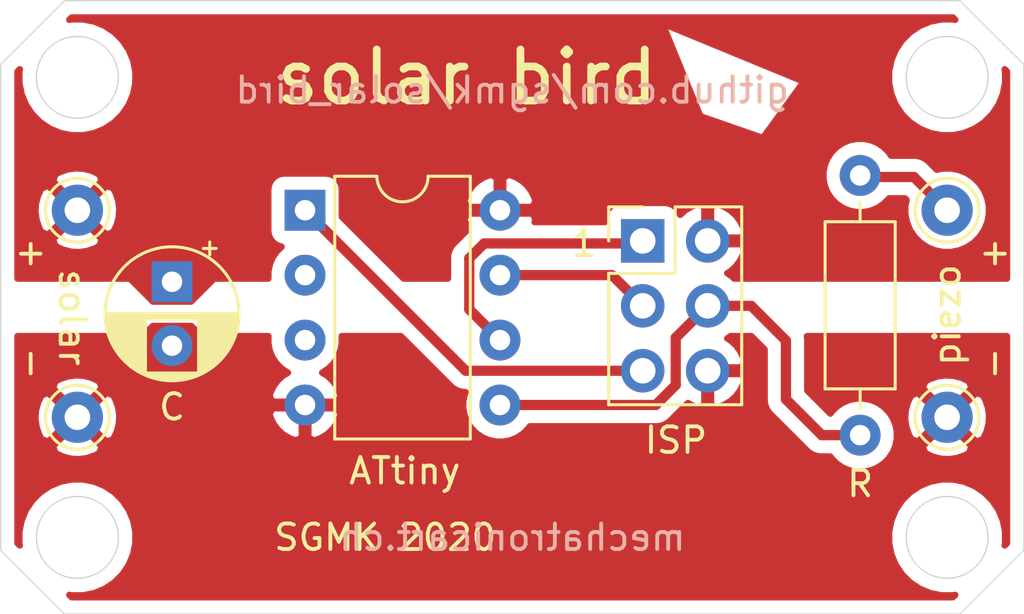
<source format=kicad_pcb>
(kicad_pcb (version 20171130) (host pcbnew 5.1.7-a382d34a8~87~ubuntu16.04.1)

  (general
    (thickness 1.6)
    (drawings 28)
    (tracks 21)
    (zones 0)
    (modules 8)
    (nets 8)
  )

  (page A4)
  (title_block
    (title "solar bird")
    (date 2020-10-19)
  )

  (layers
    (0 F.Cu signal)
    (31 B.Cu signal hide)
    (32 B.Adhes user hide)
    (33 F.Adhes user hide)
    (34 B.Paste user hide)
    (35 F.Paste user hide)
    (36 B.SilkS user hide)
    (37 F.SilkS user)
    (38 B.Mask user hide)
    (39 F.Mask user)
    (40 Dwgs.User user)
    (41 Cmts.User user)
    (42 Eco1.User user)
    (43 Eco2.User user)
    (44 Edge.Cuts user)
    (45 Margin user)
    (46 B.CrtYd user)
    (47 F.CrtYd user)
    (48 B.Fab user)
    (49 F.Fab user hide)
  )

  (setup
    (last_trace_width 0.4)
    (trace_clearance 0.2)
    (zone_clearance 0.508)
    (zone_45_only no)
    (trace_min 0.2)
    (via_size 0.8)
    (via_drill 0.4)
    (via_min_size 0.4)
    (via_min_drill 0.3)
    (uvia_size 0.3)
    (uvia_drill 0.1)
    (uvias_allowed no)
    (uvia_min_size 0.2)
    (uvia_min_drill 0.1)
    (edge_width 0.05)
    (segment_width 0.2)
    (pcb_text_width 0.3)
    (pcb_text_size 1.5 1.5)
    (mod_edge_width 0.12)
    (mod_text_size 1 1)
    (mod_text_width 0.15)
    (pad_size 1.524 1.524)
    (pad_drill 0.762)
    (pad_to_mask_clearance 0)
    (aux_axis_origin 0 0)
    (grid_origin 100.7 83.2)
    (visible_elements FFFFEF7F)
    (pcbplotparams
      (layerselection 0x010fc_ffffffff)
      (usegerberextensions false)
      (usegerberattributes true)
      (usegerberadvancedattributes true)
      (creategerberjobfile true)
      (excludeedgelayer true)
      (linewidth 0.100000)
      (plotframeref false)
      (viasonmask false)
      (mode 1)
      (useauxorigin false)
      (hpglpennumber 1)
      (hpglpenspeed 20)
      (hpglpendiameter 15.000000)
      (psnegative false)
      (psa4output false)
      (plotreference true)
      (plotvalue true)
      (plotinvisibletext false)
      (padsonsilk false)
      (subtractmaskfromsilk false)
      (outputformat 1)
      (mirror false)
      (drillshape 1)
      (scaleselection 1)
      (outputdirectory ""))
  )

  (net 0 "")
  (net 1 VCC)
  (net 2 GND)
  (net 3 "Net-(J3-Pad1)")
  (net 4 /MISO)
  (net 5 /SCK)
  (net 6 /MOSI)
  (net 7 /RESET)

  (net_class Default "This is the default net class."
    (clearance 0.2)
    (trace_width 0.4)
    (via_dia 0.8)
    (via_drill 0.4)
    (uvia_dia 0.3)
    (uvia_drill 0.1)
    (add_net /MISO)
    (add_net /MOSI)
    (add_net /RESET)
    (add_net /SCK)
    (add_net GND)
    (add_net "Net-(J3-Pad1)")
    (add_net VCC)
  )

  (module Connector_Pin:Pin_D1.0mm_L10.0mm (layer F.Cu) (tedit 5A1DC084) (tstamp 5F8DD62C)
    (at 103.7 91.4)
    (descr "solder Pin_ diameter 1.0mm, hole diameter 1.0mm (press fit), length 10.0mm")
    (tags "solder Pin_ press fit")
    (path /5F8EEEE8)
    (fp_text reference J1 (at 0 -2.1) (layer F.SilkS) hide
      (effects (font (size 0.8 0.8) (thickness 0.15)))
    )
    (fp_text value Conn_01x01 (at 0 -2.05) (layer F.Fab)
      (effects (font (size 1 1) (thickness 0.15)))
    )
    (fp_circle (center 0 0) (end 1.5 0) (layer F.CrtYd) (width 0.05))
    (fp_circle (center 0 0) (end 0.5 0) (layer F.Fab) (width 0.12))
    (fp_circle (center 0 0) (end 1 0) (layer F.Fab) (width 0.12))
    (fp_circle (center 0 0) (end 1.25 0.05) (layer F.SilkS) (width 0.12))
    (fp_text user %R (at 0 2.25) (layer F.Fab)
      (effects (font (size 1 1) (thickness 0.15)))
    )
    (pad 1 thru_hole circle (at 0 0) (size 2 2) (drill 1) (layers *.Cu *.Mask)
      (net 1 VCC))
  )

  (module Connector_Pin:Pin_D1.0mm_L10.0mm (layer F.Cu) (tedit 5A1DC084) (tstamp 5F8DD636)
    (at 103.7 99.5)
    (descr "solder Pin_ diameter 1.0mm, hole diameter 1.0mm (press fit), length 10.0mm")
    (tags "solder Pin_ press fit")
    (path /5F8F0CE1)
    (fp_text reference J2 (at 0 2.25) (layer F.SilkS) hide
      (effects (font (size 0.8 0.8) (thickness 0.15)))
    )
    (fp_text value Conn_01x01 (at 0 -2.05) (layer F.Fab)
      (effects (font (size 1 1) (thickness 0.15)))
    )
    (fp_circle (center 0 0) (end 1.25 0.05) (layer F.SilkS) (width 0.12))
    (fp_circle (center 0 0) (end 1 0) (layer F.Fab) (width 0.12))
    (fp_circle (center 0 0) (end 0.5 0) (layer F.Fab) (width 0.12))
    (fp_circle (center 0 0) (end 1.5 0) (layer F.CrtYd) (width 0.05))
    (fp_text user %R (at 0 2.25) (layer F.Fab)
      (effects (font (size 1 1) (thickness 0.15)))
    )
    (pad 1 thru_hole circle (at 0 0) (size 2 2) (drill 1) (layers *.Cu *.Mask)
      (net 2 GND))
  )

  (module Connector_Pin:Pin_D1.0mm_L10.0mm (layer F.Cu) (tedit 5A1DC084) (tstamp 5F8DD640)
    (at 137.7 91.4)
    (descr "solder Pin_ diameter 1.0mm, hole diameter 1.0mm (press fit), length 10.0mm")
    (tags "solder Pin_ press fit")
    (path /5F8DD0FA)
    (fp_text reference J3 (at 0 -2.1) (layer F.SilkS) hide
      (effects (font (size 0.8 0.8) (thickness 0.15)))
    )
    (fp_text value Conn_01x01 (at 0 -2.05) (layer F.Fab)
      (effects (font (size 1 1) (thickness 0.15)))
    )
    (fp_circle (center 0 0) (end 1.5 0) (layer F.CrtYd) (width 0.05))
    (fp_circle (center 0 0) (end 0.5 0) (layer F.Fab) (width 0.12))
    (fp_circle (center 0 0) (end 1 0) (layer F.Fab) (width 0.12))
    (fp_circle (center 0 0) (end 1.25 0.05) (layer F.SilkS) (width 0.12))
    (fp_text user %R (at 0 2.25) (layer F.Fab)
      (effects (font (size 1 1) (thickness 0.15)))
    )
    (pad 1 thru_hole circle (at 0 0) (size 2 2) (drill 1) (layers *.Cu *.Mask)
      (net 3 "Net-(J3-Pad1)"))
  )

  (module Connector_Pin:Pin_D1.0mm_L10.0mm (layer F.Cu) (tedit 5A1DC084) (tstamp 5F8DD64A)
    (at 137.7 99.5)
    (descr "solder Pin_ diameter 1.0mm, hole diameter 1.0mm (press fit), length 10.0mm")
    (tags "solder Pin_ press fit")
    (path /5F8DDD65)
    (fp_text reference J4 (at 0 2.2) (layer F.SilkS) hide
      (effects (font (size 0.8 0.8) (thickness 0.15)))
    )
    (fp_text value Conn_01x01 (at 0 -2.05) (layer F.Fab)
      (effects (font (size 1 1) (thickness 0.15)))
    )
    (fp_circle (center 0 0) (end 1.25 0.05) (layer F.SilkS) (width 0.12))
    (fp_circle (center 0 0) (end 1 0) (layer F.Fab) (width 0.12))
    (fp_circle (center 0 0) (end 0.5 0) (layer F.Fab) (width 0.12))
    (fp_circle (center 0 0) (end 1.5 0) (layer F.CrtYd) (width 0.05))
    (fp_text user %R (at 0 2.25) (layer F.Fab)
      (effects (font (size 1 1) (thickness 0.15)))
    )
    (pad 1 thru_hole circle (at 0 0) (size 2 2) (drill 1) (layers *.Cu *.Mask)
      (net 2 GND))
  )

  (module Connector_PinHeader_2.54mm:PinHeader_2x03_P2.54mm_Vertical (layer F.Cu) (tedit 59FED5CC) (tstamp 5F8DE145)
    (at 125.8 92.6)
    (descr "Through hole straight pin header, 2x03, 2.54mm pitch, double rows")
    (tags "Through hole pin header THT 2x03 2.54mm double row")
    (path /5F8D8E9C)
    (fp_text reference J5 (at 1.27 -2.33) (layer F.SilkS) hide
      (effects (font (size 0.8 0.8) (thickness 0.15)))
    )
    (fp_text value Conn_02x03_Odd_Even (at 1.27 7.41) (layer F.Fab)
      (effects (font (size 1 1) (thickness 0.15)))
    )
    (fp_line (start 4.35 -1.8) (end -1.8 -1.8) (layer F.CrtYd) (width 0.05))
    (fp_line (start 4.35 6.85) (end 4.35 -1.8) (layer F.CrtYd) (width 0.05))
    (fp_line (start -1.8 6.85) (end 4.35 6.85) (layer F.CrtYd) (width 0.05))
    (fp_line (start -1.8 -1.8) (end -1.8 6.85) (layer F.CrtYd) (width 0.05))
    (fp_line (start -1.33 -1.33) (end 0 -1.33) (layer F.SilkS) (width 0.12))
    (fp_line (start -1.33 0) (end -1.33 -1.33) (layer F.SilkS) (width 0.12))
    (fp_line (start 1.27 -1.33) (end 3.87 -1.33) (layer F.SilkS) (width 0.12))
    (fp_line (start 1.27 1.27) (end 1.27 -1.33) (layer F.SilkS) (width 0.12))
    (fp_line (start -1.33 1.27) (end 1.27 1.27) (layer F.SilkS) (width 0.12))
    (fp_line (start 3.87 -1.33) (end 3.87 6.41) (layer F.SilkS) (width 0.12))
    (fp_line (start -1.33 1.27) (end -1.33 6.41) (layer F.SilkS) (width 0.12))
    (fp_line (start -1.33 6.41) (end 3.87 6.41) (layer F.SilkS) (width 0.12))
    (fp_line (start -1.27 0) (end 0 -1.27) (layer F.Fab) (width 0.1))
    (fp_line (start -1.27 6.35) (end -1.27 0) (layer F.Fab) (width 0.1))
    (fp_line (start 3.81 6.35) (end -1.27 6.35) (layer F.Fab) (width 0.1))
    (fp_line (start 3.81 -1.27) (end 3.81 6.35) (layer F.Fab) (width 0.1))
    (fp_line (start 0 -1.27) (end 3.81 -1.27) (layer F.Fab) (width 0.1))
    (fp_text user %R (at 1.27 2.54 90) (layer F.Fab)
      (effects (font (size 1 1) (thickness 0.15)))
    )
    (pad 1 thru_hole rect (at 0 0) (size 1.7 1.7) (drill 1) (layers *.Cu *.Mask)
      (net 4 /MISO))
    (pad 2 thru_hole oval (at 2.54 0) (size 1.7 1.7) (drill 1) (layers *.Cu *.Mask)
      (net 1 VCC))
    (pad 3 thru_hole oval (at 0 2.54) (size 1.7 1.7) (drill 1) (layers *.Cu *.Mask)
      (net 5 /SCK))
    (pad 4 thru_hole oval (at 2.54 2.54) (size 1.7 1.7) (drill 1) (layers *.Cu *.Mask)
      (net 6 /MOSI))
    (pad 5 thru_hole oval (at 0 5.08) (size 1.7 1.7) (drill 1) (layers *.Cu *.Mask)
      (net 7 /RESET))
    (pad 6 thru_hole oval (at 2.54 5.08) (size 1.7 1.7) (drill 1) (layers *.Cu *.Mask)
      (net 2 GND))
    (model ${KISYS3DMOD}/Connector_PinHeader_2.54mm.3dshapes/PinHeader_2x03_P2.54mm_Vertical.wrl
      (at (xyz 0 0 0))
      (scale (xyz 1 1 1))
      (rotate (xyz 0 0 0))
    )
  )

  (module Resistor_THT:R_Axial_DIN0207_L6.3mm_D2.5mm_P10.16mm_Horizontal (layer F.Cu) (tedit 5AE5139B) (tstamp 5F8DDA9E)
    (at 134.3 100.2 90)
    (descr "Resistor, Axial_DIN0207 series, Axial, Horizontal, pin pitch=10.16mm, 0.25W = 1/4W, length*diameter=6.3*2.5mm^2, http://cdn-reichelt.de/documents/datenblatt/B400/1_4W%23YAG.pdf")
    (tags "Resistor Axial_DIN0207 series Axial Horizontal pin pitch 10.16mm 0.25W = 1/4W length 6.3mm diameter 2.5mm")
    (path /5F8D992D)
    (fp_text reference R1 (at 5.08 -2.37 90) (layer F.SilkS) hide
      (effects (font (size 0.8 0.8) (thickness 0.15)))
    )
    (fp_text value 1k (at 5.08 2.37 90) (layer F.Fab)
      (effects (font (size 1 1) (thickness 0.15)))
    )
    (fp_line (start 11.21 -1.5) (end -1.05 -1.5) (layer F.CrtYd) (width 0.05))
    (fp_line (start 11.21 1.5) (end 11.21 -1.5) (layer F.CrtYd) (width 0.05))
    (fp_line (start -1.05 1.5) (end 11.21 1.5) (layer F.CrtYd) (width 0.05))
    (fp_line (start -1.05 -1.5) (end -1.05 1.5) (layer F.CrtYd) (width 0.05))
    (fp_line (start 9.12 0) (end 8.35 0) (layer F.SilkS) (width 0.12))
    (fp_line (start 1.04 0) (end 1.81 0) (layer F.SilkS) (width 0.12))
    (fp_line (start 8.35 -1.37) (end 1.81 -1.37) (layer F.SilkS) (width 0.12))
    (fp_line (start 8.35 1.37) (end 8.35 -1.37) (layer F.SilkS) (width 0.12))
    (fp_line (start 1.81 1.37) (end 8.35 1.37) (layer F.SilkS) (width 0.12))
    (fp_line (start 1.81 -1.37) (end 1.81 1.37) (layer F.SilkS) (width 0.12))
    (fp_line (start 10.16 0) (end 8.23 0) (layer F.Fab) (width 0.1))
    (fp_line (start 0 0) (end 1.93 0) (layer F.Fab) (width 0.1))
    (fp_line (start 8.23 -1.25) (end 1.93 -1.25) (layer F.Fab) (width 0.1))
    (fp_line (start 8.23 1.25) (end 8.23 -1.25) (layer F.Fab) (width 0.1))
    (fp_line (start 1.93 1.25) (end 8.23 1.25) (layer F.Fab) (width 0.1))
    (fp_line (start 1.93 -1.25) (end 1.93 1.25) (layer F.Fab) (width 0.1))
    (fp_text user %R (at 5.08 0 90) (layer F.Fab)
      (effects (font (size 1 1) (thickness 0.15)))
    )
    (pad 1 thru_hole circle (at 0 0 90) (size 1.6 1.6) (drill 0.8) (layers *.Cu *.Mask)
      (net 6 /MOSI))
    (pad 2 thru_hole oval (at 10.16 0 90) (size 1.6 1.6) (drill 0.8) (layers *.Cu *.Mask)
      (net 3 "Net-(J3-Pad1)"))
    (model ${KISYS3DMOD}/Resistor_THT.3dshapes/R_Axial_DIN0207_L6.3mm_D2.5mm_P10.16mm_Horizontal.wrl
      (at (xyz 0 0 0))
      (scale (xyz 1 1 1))
      (rotate (xyz 0 0 0))
    )
  )

  (module Package_DIP:DIP-8_W7.62mm (layer F.Cu) (tedit 5A02E8C5) (tstamp 5F8DD699)
    (at 112.6 91.4)
    (descr "8-lead though-hole mounted DIP package, row spacing 7.62 mm (300 mils)")
    (tags "THT DIP DIL PDIP 2.54mm 7.62mm 300mil")
    (path /5F8D6795)
    (fp_text reference U1 (at 3.7 9.9) (layer F.SilkS) hide
      (effects (font (size 0.8 0.8) (thickness 0.15)))
    )
    (fp_text value ATtiny13V-10PU (at 3.81 9.95) (layer F.Fab)
      (effects (font (size 1 1) (thickness 0.15)))
    )
    (fp_line (start 8.7 -1.55) (end -1.1 -1.55) (layer F.CrtYd) (width 0.05))
    (fp_line (start 8.7 9.15) (end 8.7 -1.55) (layer F.CrtYd) (width 0.05))
    (fp_line (start -1.1 9.15) (end 8.7 9.15) (layer F.CrtYd) (width 0.05))
    (fp_line (start -1.1 -1.55) (end -1.1 9.15) (layer F.CrtYd) (width 0.05))
    (fp_line (start 6.46 -1.33) (end 4.81 -1.33) (layer F.SilkS) (width 0.12))
    (fp_line (start 6.46 8.95) (end 6.46 -1.33) (layer F.SilkS) (width 0.12))
    (fp_line (start 1.16 8.95) (end 6.46 8.95) (layer F.SilkS) (width 0.12))
    (fp_line (start 1.16 -1.33) (end 1.16 8.95) (layer F.SilkS) (width 0.12))
    (fp_line (start 2.81 -1.33) (end 1.16 -1.33) (layer F.SilkS) (width 0.12))
    (fp_line (start 0.635 -0.27) (end 1.635 -1.27) (layer F.Fab) (width 0.1))
    (fp_line (start 0.635 8.89) (end 0.635 -0.27) (layer F.Fab) (width 0.1))
    (fp_line (start 6.985 8.89) (end 0.635 8.89) (layer F.Fab) (width 0.1))
    (fp_line (start 6.985 -1.27) (end 6.985 8.89) (layer F.Fab) (width 0.1))
    (fp_line (start 1.635 -1.27) (end 6.985 -1.27) (layer F.Fab) (width 0.1))
    (fp_arc (start 3.81 -1.33) (end 2.81 -1.33) (angle -180) (layer F.SilkS) (width 0.12))
    (fp_text user %R (at 3.81 3.81) (layer F.Fab)
      (effects (font (size 1 1) (thickness 0.15)))
    )
    (pad 1 thru_hole rect (at 0 0) (size 1.6 1.6) (drill 0.8) (layers *.Cu *.Mask)
      (net 7 /RESET))
    (pad 5 thru_hole oval (at 7.62 7.62) (size 1.6 1.6) (drill 0.8) (layers *.Cu *.Mask)
      (net 6 /MOSI))
    (pad 2 thru_hole oval (at 0 2.54) (size 1.6 1.6) (drill 0.8) (layers *.Cu *.Mask))
    (pad 6 thru_hole oval (at 7.62 5.08) (size 1.6 1.6) (drill 0.8) (layers *.Cu *.Mask)
      (net 4 /MISO))
    (pad 3 thru_hole oval (at 0 5.08) (size 1.6 1.6) (drill 0.8) (layers *.Cu *.Mask))
    (pad 7 thru_hole oval (at 7.62 2.54) (size 1.6 1.6) (drill 0.8) (layers *.Cu *.Mask)
      (net 5 /SCK))
    (pad 4 thru_hole oval (at 0 7.62) (size 1.6 1.6) (drill 0.8) (layers *.Cu *.Mask)
      (net 2 GND))
    (pad 8 thru_hole oval (at 7.62 0) (size 1.6 1.6) (drill 0.8) (layers *.Cu *.Mask)
      (net 1 VCC))
    (model ${KISYS3DMOD}/Package_DIP.3dshapes/DIP-8_W7.62mm.wrl
      (at (xyz 0 0 0))
      (scale (xyz 1 1 1))
      (rotate (xyz 0 0 0))
    )
  )

  (module Capacitor_THT:CP_Radial_D5.0mm_P2.50mm (layer F.Cu) (tedit 5AE50EF0) (tstamp 5F8DE938)
    (at 107.4 94.2 270)
    (descr "CP, Radial series, Radial, pin pitch=2.50mm, , diameter=5mm, Electrolytic Capacitor")
    (tags "CP Radial series Radial pin pitch 2.50mm  diameter 5mm Electrolytic Capacitor")
    (path /5F8DA129)
    (zone_connect 2)
    (fp_text reference C1 (at 4.8 0 180) (layer F.SilkS) hide
      (effects (font (size 0.8 0.8) (thickness 0.15)))
    )
    (fp_text value 10u (at 1.25 3.75 90) (layer F.Fab)
      (effects (font (size 1 1) (thickness 0.15)))
    )
    (fp_line (start -1.304775 -1.725) (end -1.304775 -1.225) (layer F.SilkS) (width 0.12))
    (fp_line (start -1.554775 -1.475) (end -1.054775 -1.475) (layer F.SilkS) (width 0.12))
    (fp_line (start 3.851 -0.284) (end 3.851 0.284) (layer F.SilkS) (width 0.12))
    (fp_line (start 3.811 -0.518) (end 3.811 0.518) (layer F.SilkS) (width 0.12))
    (fp_line (start 3.771 -0.677) (end 3.771 0.677) (layer F.SilkS) (width 0.12))
    (fp_line (start 3.731 -0.805) (end 3.731 0.805) (layer F.SilkS) (width 0.12))
    (fp_line (start 3.691 -0.915) (end 3.691 0.915) (layer F.SilkS) (width 0.12))
    (fp_line (start 3.651 -1.011) (end 3.651 1.011) (layer F.SilkS) (width 0.12))
    (fp_line (start 3.611 -1.098) (end 3.611 1.098) (layer F.SilkS) (width 0.12))
    (fp_line (start 3.571 -1.178) (end 3.571 1.178) (layer F.SilkS) (width 0.12))
    (fp_line (start 3.531 1.04) (end 3.531 1.251) (layer F.SilkS) (width 0.12))
    (fp_line (start 3.531 -1.251) (end 3.531 -1.04) (layer F.SilkS) (width 0.12))
    (fp_line (start 3.491 1.04) (end 3.491 1.319) (layer F.SilkS) (width 0.12))
    (fp_line (start 3.491 -1.319) (end 3.491 -1.04) (layer F.SilkS) (width 0.12))
    (fp_line (start 3.451 1.04) (end 3.451 1.383) (layer F.SilkS) (width 0.12))
    (fp_line (start 3.451 -1.383) (end 3.451 -1.04) (layer F.SilkS) (width 0.12))
    (fp_line (start 3.411 1.04) (end 3.411 1.443) (layer F.SilkS) (width 0.12))
    (fp_line (start 3.411 -1.443) (end 3.411 -1.04) (layer F.SilkS) (width 0.12))
    (fp_line (start 3.371 1.04) (end 3.371 1.5) (layer F.SilkS) (width 0.12))
    (fp_line (start 3.371 -1.5) (end 3.371 -1.04) (layer F.SilkS) (width 0.12))
    (fp_line (start 3.331 1.04) (end 3.331 1.554) (layer F.SilkS) (width 0.12))
    (fp_line (start 3.331 -1.554) (end 3.331 -1.04) (layer F.SilkS) (width 0.12))
    (fp_line (start 3.291 1.04) (end 3.291 1.605) (layer F.SilkS) (width 0.12))
    (fp_line (start 3.291 -1.605) (end 3.291 -1.04) (layer F.SilkS) (width 0.12))
    (fp_line (start 3.251 1.04) (end 3.251 1.653) (layer F.SilkS) (width 0.12))
    (fp_line (start 3.251 -1.653) (end 3.251 -1.04) (layer F.SilkS) (width 0.12))
    (fp_line (start 3.211 1.04) (end 3.211 1.699) (layer F.SilkS) (width 0.12))
    (fp_line (start 3.211 -1.699) (end 3.211 -1.04) (layer F.SilkS) (width 0.12))
    (fp_line (start 3.171 1.04) (end 3.171 1.743) (layer F.SilkS) (width 0.12))
    (fp_line (start 3.171 -1.743) (end 3.171 -1.04) (layer F.SilkS) (width 0.12))
    (fp_line (start 3.131 1.04) (end 3.131 1.785) (layer F.SilkS) (width 0.12))
    (fp_line (start 3.131 -1.785) (end 3.131 -1.04) (layer F.SilkS) (width 0.12))
    (fp_line (start 3.091 1.04) (end 3.091 1.826) (layer F.SilkS) (width 0.12))
    (fp_line (start 3.091 -1.826) (end 3.091 -1.04) (layer F.SilkS) (width 0.12))
    (fp_line (start 3.051 1.04) (end 3.051 1.864) (layer F.SilkS) (width 0.12))
    (fp_line (start 3.051 -1.864) (end 3.051 -1.04) (layer F.SilkS) (width 0.12))
    (fp_line (start 3.011 1.04) (end 3.011 1.901) (layer F.SilkS) (width 0.12))
    (fp_line (start 3.011 -1.901) (end 3.011 -1.04) (layer F.SilkS) (width 0.12))
    (fp_line (start 2.971 1.04) (end 2.971 1.937) (layer F.SilkS) (width 0.12))
    (fp_line (start 2.971 -1.937) (end 2.971 -1.04) (layer F.SilkS) (width 0.12))
    (fp_line (start 2.931 1.04) (end 2.931 1.971) (layer F.SilkS) (width 0.12))
    (fp_line (start 2.931 -1.971) (end 2.931 -1.04) (layer F.SilkS) (width 0.12))
    (fp_line (start 2.891 1.04) (end 2.891 2.004) (layer F.SilkS) (width 0.12))
    (fp_line (start 2.891 -2.004) (end 2.891 -1.04) (layer F.SilkS) (width 0.12))
    (fp_line (start 2.851 1.04) (end 2.851 2.035) (layer F.SilkS) (width 0.12))
    (fp_line (start 2.851 -2.035) (end 2.851 -1.04) (layer F.SilkS) (width 0.12))
    (fp_line (start 2.811 1.04) (end 2.811 2.065) (layer F.SilkS) (width 0.12))
    (fp_line (start 2.811 -2.065) (end 2.811 -1.04) (layer F.SilkS) (width 0.12))
    (fp_line (start 2.771 1.04) (end 2.771 2.095) (layer F.SilkS) (width 0.12))
    (fp_line (start 2.771 -2.095) (end 2.771 -1.04) (layer F.SilkS) (width 0.12))
    (fp_line (start 2.731 1.04) (end 2.731 2.122) (layer F.SilkS) (width 0.12))
    (fp_line (start 2.731 -2.122) (end 2.731 -1.04) (layer F.SilkS) (width 0.12))
    (fp_line (start 2.691 1.04) (end 2.691 2.149) (layer F.SilkS) (width 0.12))
    (fp_line (start 2.691 -2.149) (end 2.691 -1.04) (layer F.SilkS) (width 0.12))
    (fp_line (start 2.651 1.04) (end 2.651 2.175) (layer F.SilkS) (width 0.12))
    (fp_line (start 2.651 -2.175) (end 2.651 -1.04) (layer F.SilkS) (width 0.12))
    (fp_line (start 2.611 1.04) (end 2.611 2.2) (layer F.SilkS) (width 0.12))
    (fp_line (start 2.611 -2.2) (end 2.611 -1.04) (layer F.SilkS) (width 0.12))
    (fp_line (start 2.571 1.04) (end 2.571 2.224) (layer F.SilkS) (width 0.12))
    (fp_line (start 2.571 -2.224) (end 2.571 -1.04) (layer F.SilkS) (width 0.12))
    (fp_line (start 2.531 1.04) (end 2.531 2.247) (layer F.SilkS) (width 0.12))
    (fp_line (start 2.531 -2.247) (end 2.531 -1.04) (layer F.SilkS) (width 0.12))
    (fp_line (start 2.491 1.04) (end 2.491 2.268) (layer F.SilkS) (width 0.12))
    (fp_line (start 2.491 -2.268) (end 2.491 -1.04) (layer F.SilkS) (width 0.12))
    (fp_line (start 2.451 1.04) (end 2.451 2.29) (layer F.SilkS) (width 0.12))
    (fp_line (start 2.451 -2.29) (end 2.451 -1.04) (layer F.SilkS) (width 0.12))
    (fp_line (start 2.411 1.04) (end 2.411 2.31) (layer F.SilkS) (width 0.12))
    (fp_line (start 2.411 -2.31) (end 2.411 -1.04) (layer F.SilkS) (width 0.12))
    (fp_line (start 2.371 1.04) (end 2.371 2.329) (layer F.SilkS) (width 0.12))
    (fp_line (start 2.371 -2.329) (end 2.371 -1.04) (layer F.SilkS) (width 0.12))
    (fp_line (start 2.331 1.04) (end 2.331 2.348) (layer F.SilkS) (width 0.12))
    (fp_line (start 2.331 -2.348) (end 2.331 -1.04) (layer F.SilkS) (width 0.12))
    (fp_line (start 2.291 1.04) (end 2.291 2.365) (layer F.SilkS) (width 0.12))
    (fp_line (start 2.291 -2.365) (end 2.291 -1.04) (layer F.SilkS) (width 0.12))
    (fp_line (start 2.251 1.04) (end 2.251 2.382) (layer F.SilkS) (width 0.12))
    (fp_line (start 2.251 -2.382) (end 2.251 -1.04) (layer F.SilkS) (width 0.12))
    (fp_line (start 2.211 1.04) (end 2.211 2.398) (layer F.SilkS) (width 0.12))
    (fp_line (start 2.211 -2.398) (end 2.211 -1.04) (layer F.SilkS) (width 0.12))
    (fp_line (start 2.171 1.04) (end 2.171 2.414) (layer F.SilkS) (width 0.12))
    (fp_line (start 2.171 -2.414) (end 2.171 -1.04) (layer F.SilkS) (width 0.12))
    (fp_line (start 2.131 1.04) (end 2.131 2.428) (layer F.SilkS) (width 0.12))
    (fp_line (start 2.131 -2.428) (end 2.131 -1.04) (layer F.SilkS) (width 0.12))
    (fp_line (start 2.091 1.04) (end 2.091 2.442) (layer F.SilkS) (width 0.12))
    (fp_line (start 2.091 -2.442) (end 2.091 -1.04) (layer F.SilkS) (width 0.12))
    (fp_line (start 2.051 1.04) (end 2.051 2.455) (layer F.SilkS) (width 0.12))
    (fp_line (start 2.051 -2.455) (end 2.051 -1.04) (layer F.SilkS) (width 0.12))
    (fp_line (start 2.011 1.04) (end 2.011 2.468) (layer F.SilkS) (width 0.12))
    (fp_line (start 2.011 -2.468) (end 2.011 -1.04) (layer F.SilkS) (width 0.12))
    (fp_line (start 1.971 1.04) (end 1.971 2.48) (layer F.SilkS) (width 0.12))
    (fp_line (start 1.971 -2.48) (end 1.971 -1.04) (layer F.SilkS) (width 0.12))
    (fp_line (start 1.93 1.04) (end 1.93 2.491) (layer F.SilkS) (width 0.12))
    (fp_line (start 1.93 -2.491) (end 1.93 -1.04) (layer F.SilkS) (width 0.12))
    (fp_line (start 1.89 1.04) (end 1.89 2.501) (layer F.SilkS) (width 0.12))
    (fp_line (start 1.89 -2.501) (end 1.89 -1.04) (layer F.SilkS) (width 0.12))
    (fp_line (start 1.85 1.04) (end 1.85 2.511) (layer F.SilkS) (width 0.12))
    (fp_line (start 1.85 -2.511) (end 1.85 -1.04) (layer F.SilkS) (width 0.12))
    (fp_line (start 1.81 1.04) (end 1.81 2.52) (layer F.SilkS) (width 0.12))
    (fp_line (start 1.81 -2.52) (end 1.81 -1.04) (layer F.SilkS) (width 0.12))
    (fp_line (start 1.77 1.04) (end 1.77 2.528) (layer F.SilkS) (width 0.12))
    (fp_line (start 1.77 -2.528) (end 1.77 -1.04) (layer F.SilkS) (width 0.12))
    (fp_line (start 1.73 1.04) (end 1.73 2.536) (layer F.SilkS) (width 0.12))
    (fp_line (start 1.73 -2.536) (end 1.73 -1.04) (layer F.SilkS) (width 0.12))
    (fp_line (start 1.69 1.04) (end 1.69 2.543) (layer F.SilkS) (width 0.12))
    (fp_line (start 1.69 -2.543) (end 1.69 -1.04) (layer F.SilkS) (width 0.12))
    (fp_line (start 1.65 1.04) (end 1.65 2.55) (layer F.SilkS) (width 0.12))
    (fp_line (start 1.65 -2.55) (end 1.65 -1.04) (layer F.SilkS) (width 0.12))
    (fp_line (start 1.61 1.04) (end 1.61 2.556) (layer F.SilkS) (width 0.12))
    (fp_line (start 1.61 -2.556) (end 1.61 -1.04) (layer F.SilkS) (width 0.12))
    (fp_line (start 1.57 1.04) (end 1.57 2.561) (layer F.SilkS) (width 0.12))
    (fp_line (start 1.57 -2.561) (end 1.57 -1.04) (layer F.SilkS) (width 0.12))
    (fp_line (start 1.53 1.04) (end 1.53 2.565) (layer F.SilkS) (width 0.12))
    (fp_line (start 1.53 -2.565) (end 1.53 -1.04) (layer F.SilkS) (width 0.12))
    (fp_line (start 1.49 1.04) (end 1.49 2.569) (layer F.SilkS) (width 0.12))
    (fp_line (start 1.49 -2.569) (end 1.49 -1.04) (layer F.SilkS) (width 0.12))
    (fp_line (start 1.45 -2.573) (end 1.45 2.573) (layer F.SilkS) (width 0.12))
    (fp_line (start 1.41 -2.576) (end 1.41 2.576) (layer F.SilkS) (width 0.12))
    (fp_line (start 1.37 -2.578) (end 1.37 2.578) (layer F.SilkS) (width 0.12))
    (fp_line (start 1.33 -2.579) (end 1.33 2.579) (layer F.SilkS) (width 0.12))
    (fp_line (start 1.29 -2.58) (end 1.29 2.58) (layer F.SilkS) (width 0.12))
    (fp_line (start 1.25 -2.58) (end 1.25 2.58) (layer F.SilkS) (width 0.12))
    (fp_line (start -0.633605 -1.3375) (end -0.633605 -0.8375) (layer F.Fab) (width 0.1))
    (fp_line (start -0.883605 -1.0875) (end -0.383605 -1.0875) (layer F.Fab) (width 0.1))
    (fp_circle (center 1.25 0) (end 4 0) (layer F.CrtYd) (width 0.05))
    (fp_circle (center 1.25 0) (end 3.87 0) (layer F.SilkS) (width 0.12))
    (fp_circle (center 1.25 0) (end 3.75 0) (layer F.Fab) (width 0.1))
    (fp_text user %R (at 1.25 0 90) (layer F.Fab)
      (effects (font (size 1 1) (thickness 0.15)))
    )
    (pad 1 thru_hole rect (at 0 0 270) (size 1.6 1.6) (drill 0.8) (layers *.Cu *.Mask)
      (net 1 VCC) (zone_connect 2))
    (pad 2 thru_hole circle (at 2.5 0 270) (size 1.6 1.6) (drill 0.8) (layers *.Cu *.Mask)
      (net 2 GND) (zone_connect 2))
    (model ${KISYS3DMOD}/Capacitor_THT.3dshapes/CP_Radial_D5.0mm_P2.50mm.wrl
      (at (xyz 0 0 0))
      (scale (xyz 1 1 1))
      (rotate (xyz 0 0 0))
    )
  )

  (gr_text 1 (at 123.5 92.7) (layer F.SilkS) (tstamp 5F8EA38A)
    (effects (font (size 1 1) (thickness 0.15)))
  )
  (gr_poly (pts (xy 131 88.8) (xy 129.8 86.8) (xy 131.3 84.7) (xy 133.4 86.4)) (layer F.Mask) (width 0.1))
  (gr_text R (at 134.3 102.1) (layer F.SilkS) (tstamp 5F8E0A93)
    (effects (font (size 1 1) (thickness 0.15)))
  )
  (gr_text C (at 107.4 99.1) (layer F.SilkS) (tstamp 5F8E0A8D)
    (effects (font (size 1 1) (thickness 0.15)))
  )
  (gr_text ISP (at 127.1 100.4) (layer F.SilkS) (tstamp 5F8E0466)
    (effects (font (size 1 1) (thickness 0.15)))
  )
  (gr_text "SGMK 2020" (at 111.3 104.2) (layer F.SilkS)
    (effects (font (size 1 1) (thickness 0.15)) (justify left))
  )
  (gr_text github.com/sgmk/solar_bird (at 120.7 86.7) (layer B.SilkS) (tstamp 5F8E03A9)
    (effects (font (size 1 1) (thickness 0.15)) (justify mirror))
  )
  (gr_text mechatronicart.ch (at 120.7 104.2) (layer B.SilkS)
    (effects (font (size 1 1) (thickness 0.15)) (justify mirror))
  )
  (gr_text + (at 139.5 93.1 90) (layer F.SilkS) (tstamp 5F8DFEF8)
    (effects (font (size 1 1) (thickness 0.15)))
  )
  (gr_text - (at 139.5 97.4 90) (layer F.SilkS) (tstamp 5F8DFEF7)
    (effects (font (size 1 1) (thickness 0.15)))
  )
  (gr_text - (at 101.8 97.4 90) (layer F.SilkS) (tstamp 5F8DFEED)
    (effects (font (size 1 1) (thickness 0.15)))
  )
  (gr_text + (at 101.8 93.1 90) (layer F.SilkS) (tstamp 5F8DFEE8)
    (effects (font (size 1 1) (thickness 0.15)))
  )
  (gr_line (start 138.2 107.2) (end 140.7 104.7) (layer Edge.Cuts) (width 0.05) (tstamp 5F8DFBD4))
  (gr_line (start 138.2 83.2) (end 140.7 85.7) (layer Edge.Cuts) (width 0.05) (tstamp 5F8DFBCE))
  (gr_line (start 100.7 85.7) (end 103.2 83.2) (layer Edge.Cuts) (width 0.05))
  (gr_line (start 100.7 104.7) (end 103.2 107.2) (layer Edge.Cuts) (width 0.05) (tstamp 5F8DFB5A))
  (gr_text ATtiny (at 116.5 101.6) (layer F.SilkS) (tstamp 5F8DF8F7)
    (effects (font (size 1 1) (thickness 0.15)))
  )
  (gr_text solar (at 103.5 95.6 270) (layer F.SilkS) (tstamp 5F8DF8F0)
    (effects (font (size 1 1) (thickness 0.15)))
  )
  (gr_text piezo (at 137.7 95.5 90) (layer F.SilkS)
    (effects (font (size 1 1) (thickness 0.15)))
  )
  (gr_circle (center 137.7 104.2) (end 139.3 104.2) (layer Edge.Cuts) (width 0.05) (tstamp 5F8DF35F))
  (gr_circle (center 137.7 86.2) (end 139.3 86.2) (layer Edge.Cuts) (width 0.05) (tstamp 5F8DF35D))
  (gr_circle (center 103.7 86.2) (end 105.3 86.2) (layer Edge.Cuts) (width 0.05) (tstamp 5F8DF294))
  (gr_circle (center 103.7 104.2) (end 105.3 104.2) (layer Edge.Cuts) (width 0.05))
  (gr_text "solar bird" (at 111.3 86.2) (layer F.SilkS)
    (effects (font (size 2 2) (thickness 0.3)) (justify left))
  )
  (gr_line (start 100.7 104.7) (end 100.7 85.7) (layer Edge.Cuts) (width 0.05) (tstamp 5F8DD325))
  (gr_line (start 138.2 107.2) (end 103.2 107.2) (layer Edge.Cuts) (width 0.05))
  (gr_line (start 140.7 85.7) (end 140.7 104.7) (layer Edge.Cuts) (width 0.05))
  (gr_line (start 103.2 83.2) (end 138.2 83.2) (layer Edge.Cuts) (width 0.05))

  (segment (start 137.7 91.4) (end 136.4 90.1) (width 0.4) (layer F.Cu) (net 3))
  (segment (start 134.36 90.1) (end 134.3 90.04) (width 0.4) (layer F.Cu) (net 3))
  (segment (start 136.4 90.1) (end 134.36 90.1) (width 0.4) (layer F.Cu) (net 3))
  (segment (start 125.7 92.7) (end 125.8 92.6) (width 0.4) (layer F.Cu) (net 4))
  (segment (start 120.22 96.48) (end 119.019999 95.279999) (width 0.4) (layer F.Cu) (net 4))
  (segment (start 119.6 92.7) (end 125.7 92.7) (width 0.4) (layer F.Cu) (net 4))
  (segment (start 119.019999 95.279999) (end 119.019999 93.280001) (width 0.4) (layer F.Cu) (net 4))
  (segment (start 119.019999 93.280001) (end 119.6 92.7) (width 0.4) (layer F.Cu) (net 4))
  (segment (start 124.6 93.94) (end 125.8 95.14) (width 0.4) (layer F.Cu) (net 5))
  (segment (start 120.22 93.94) (end 124.6 93.94) (width 0.4) (layer F.Cu) (net 5))
  (segment (start 126.310002 99.02) (end 120.22 99.02) (width 0.4) (layer F.Cu) (net 6))
  (segment (start 127.089999 98.240003) (end 126.310002 99.02) (width 0.4) (layer F.Cu) (net 6))
  (segment (start 127.089999 96.390001) (end 127.089999 98.240003) (width 0.4) (layer F.Cu) (net 6))
  (segment (start 128.34 95.14) (end 127.089999 96.390001) (width 0.4) (layer F.Cu) (net 6))
  (segment (start 132.8 100.2) (end 134.3 100.2) (width 0.4) (layer F.Cu) (net 6))
  (segment (start 128.34 95.14) (end 130.04 95.14) (width 0.4) (layer F.Cu) (net 6))
  (segment (start 130.04 95.14) (end 131.4 96.5) (width 0.4) (layer F.Cu) (net 6))
  (segment (start 131.4 96.5) (end 131.4 98.8) (width 0.4) (layer F.Cu) (net 6))
  (segment (start 131.4 98.8) (end 132.8 100.2) (width 0.4) (layer F.Cu) (net 6))
  (segment (start 118.88 97.68) (end 112.6 91.4) (width 0.4) (layer F.Cu) (net 7))
  (segment (start 125.8 97.68) (end 118.88 97.68) (width 0.4) (layer F.Cu) (net 7))

  (zone (net 1) (net_name VCC) (layer F.Cu) (tstamp 0) (hatch edge 0.508)
    (connect_pads (clearance 0.508))
    (min_thickness 0.254)
    (fill yes (arc_segments 32) (thermal_gap 0.508) (thermal_bridge_width 0.508))
    (polygon
      (pts
        (xy 140.7 85.7) (xy 140.7 94.2) (xy 109.1 94.2) (xy 108.2 95.1) (xy 106.6 95.1)
        (xy 105.7 94.2) (xy 100.7 94.2) (xy 100.7 85.7) (xy 103.2 83.2) (xy 138.2 83.2)
      )
    )
    (filled_polygon
      (pts
        (xy 138.016003 83.949383) (xy 137.923479 83.930979) (xy 137.476521 83.930979) (xy 137.038151 84.018176) (xy 136.625215 84.18922)
        (xy 136.253583 84.437536) (xy 135.937536 84.753583) (xy 135.68922 85.125215) (xy 135.518176 85.538151) (xy 135.430979 85.976521)
        (xy 135.430979 86.423479) (xy 135.518176 86.861849) (xy 135.68922 87.274785) (xy 135.937536 87.646417) (xy 136.253583 87.962464)
        (xy 136.625215 88.21078) (xy 137.038151 88.381824) (xy 137.476521 88.469021) (xy 137.923479 88.469021) (xy 138.361849 88.381824)
        (xy 138.774785 88.21078) (xy 139.146417 87.962464) (xy 139.462464 87.646417) (xy 139.71078 87.274785) (xy 139.881824 86.861849)
        (xy 139.969021 86.423479) (xy 139.969021 85.976521) (xy 139.950617 85.883998) (xy 140.04 85.973381) (xy 140.04 94.073)
        (xy 129.373107 94.073) (xy 129.286632 93.986525) (xy 129.104466 93.864805) (xy 129.221355 93.795178) (xy 129.437588 93.600269)
        (xy 129.611641 93.36692) (xy 129.736825 93.104099) (xy 129.781476 92.95689) (xy 129.660155 92.727) (xy 128.467 92.727)
        (xy 128.467 92.747) (xy 128.213 92.747) (xy 128.213 92.727) (xy 128.193 92.727) (xy 128.193 92.473)
        (xy 128.213 92.473) (xy 128.213 91.279186) (xy 128.467 91.279186) (xy 128.467 92.473) (xy 129.660155 92.473)
        (xy 129.781476 92.24311) (xy 129.736825 92.095901) (xy 129.611641 91.83308) (xy 129.437588 91.599731) (xy 129.221355 91.404822)
        (xy 128.971252 91.255843) (xy 128.696891 91.158519) (xy 128.467 91.279186) (xy 128.213 91.279186) (xy 127.983109 91.158519)
        (xy 127.708748 91.255843) (xy 127.458645 91.404822) (xy 127.262498 91.581626) (xy 127.239502 91.50582) (xy 127.180537 91.395506)
        (xy 127.101185 91.298815) (xy 127.004494 91.219463) (xy 126.89418 91.160498) (xy 126.774482 91.124188) (xy 126.65 91.111928)
        (xy 124.95 91.111928) (xy 124.825518 91.124188) (xy 124.70582 91.160498) (xy 124.595506 91.219463) (xy 124.498815 91.298815)
        (xy 124.419463 91.395506) (xy 124.360498 91.50582) (xy 124.324188 91.625518) (xy 124.311928 91.75) (xy 124.311928 91.865)
        (xy 121.576732 91.865) (xy 121.611904 91.749039) (xy 121.489915 91.527) (xy 120.347 91.527) (xy 120.347 91.547)
        (xy 120.093 91.547) (xy 120.093 91.527) (xy 118.950085 91.527) (xy 118.828096 91.749039) (xy 118.868754 91.883087)
        (xy 118.986238 92.131654) (xy 118.980561 92.138571) (xy 118.458573 92.66056) (xy 118.426709 92.68671) (xy 118.363535 92.763688)
        (xy 118.322363 92.813856) (xy 118.244827 92.958915) (xy 118.197081 93.116313) (xy 118.180959 93.280001) (xy 118.185 93.321029)
        (xy 118.185 94.073) (xy 116.453868 94.073) (xy 114.038072 91.657205) (xy 114.038072 91.050961) (xy 118.828096 91.050961)
        (xy 118.950085 91.273) (xy 120.093 91.273) (xy 120.093 90.129376) (xy 120.347 90.129376) (xy 120.347 91.273)
        (xy 121.489915 91.273) (xy 121.611904 91.050961) (xy 121.571246 90.916913) (xy 121.451037 90.66258) (xy 121.283519 90.436586)
        (xy 121.075131 90.247615) (xy 120.833881 90.10293) (xy 120.56904 90.008091) (xy 120.347 90.129376) (xy 120.093 90.129376)
        (xy 119.87096 90.008091) (xy 119.606119 90.10293) (xy 119.364869 90.247615) (xy 119.156481 90.436586) (xy 118.988963 90.66258)
        (xy 118.868754 90.916913) (xy 118.828096 91.050961) (xy 114.038072 91.050961) (xy 114.038072 90.6) (xy 114.025812 90.475518)
        (xy 113.989502 90.35582) (xy 113.930537 90.245506) (xy 113.851185 90.148815) (xy 113.754494 90.069463) (xy 113.64418 90.010498)
        (xy 113.524482 89.974188) (xy 113.4 89.961928) (xy 111.8 89.961928) (xy 111.675518 89.974188) (xy 111.55582 90.010498)
        (xy 111.445506 90.069463) (xy 111.348815 90.148815) (xy 111.269463 90.245506) (xy 111.210498 90.35582) (xy 111.174188 90.475518)
        (xy 111.161928 90.6) (xy 111.161928 92.2) (xy 111.174188 92.324482) (xy 111.210498 92.44418) (xy 111.269463 92.554494)
        (xy 111.348815 92.651185) (xy 111.445506 92.730537) (xy 111.55582 92.789502) (xy 111.675518 92.825812) (xy 111.683961 92.826643)
        (xy 111.485363 93.025241) (xy 111.32832 93.260273) (xy 111.220147 93.521426) (xy 111.165 93.798665) (xy 111.165 94.073)
        (xy 109.1 94.073) (xy 109.075224 94.07544) (xy 109.051399 94.082667) (xy 109.029443 94.094403) (xy 109.010197 94.110197)
        (xy 108.147394 94.973) (xy 106.652606 94.973) (xy 105.789803 94.110197) (xy 105.770557 94.094403) (xy 105.748601 94.082667)
        (xy 105.724776 94.07544) (xy 105.7 94.073) (xy 101.36 94.073) (xy 101.36 92.535413) (xy 102.744192 92.535413)
        (xy 102.839956 92.799814) (xy 103.129571 92.940704) (xy 103.441108 93.022384) (xy 103.762595 93.041718) (xy 104.081675 92.997961)
        (xy 104.386088 92.892795) (xy 104.560044 92.799814) (xy 104.655808 92.535413) (xy 103.7 91.579605) (xy 102.744192 92.535413)
        (xy 101.36 92.535413) (xy 101.36 91.462595) (xy 102.058282 91.462595) (xy 102.102039 91.781675) (xy 102.207205 92.086088)
        (xy 102.300186 92.260044) (xy 102.564587 92.355808) (xy 103.520395 91.4) (xy 103.879605 91.4) (xy 104.835413 92.355808)
        (xy 105.099814 92.260044) (xy 105.240704 91.970429) (xy 105.322384 91.658892) (xy 105.341718 91.337405) (xy 105.297961 91.018325)
        (xy 105.192795 90.713912) (xy 105.099814 90.539956) (xy 104.835413 90.444192) (xy 103.879605 91.4) (xy 103.520395 91.4)
        (xy 102.564587 90.444192) (xy 102.300186 90.539956) (xy 102.159296 90.829571) (xy 102.077616 91.141108) (xy 102.058282 91.462595)
        (xy 101.36 91.462595) (xy 101.36 90.264587) (xy 102.744192 90.264587) (xy 103.7 91.220395) (xy 104.655808 90.264587)
        (xy 104.560044 90.000186) (xy 104.351357 89.898665) (xy 132.865 89.898665) (xy 132.865 90.181335) (xy 132.920147 90.458574)
        (xy 133.02832 90.719727) (xy 133.185363 90.954759) (xy 133.385241 91.154637) (xy 133.620273 91.31168) (xy 133.881426 91.419853)
        (xy 134.158665 91.475) (xy 134.441335 91.475) (xy 134.718574 91.419853) (xy 134.979727 91.31168) (xy 135.214759 91.154637)
        (xy 135.414637 90.954759) (xy 135.42784 90.935) (xy 136.054133 90.935) (xy 136.113628 90.994496) (xy 136.065 91.238967)
        (xy 136.065 91.561033) (xy 136.127832 91.876912) (xy 136.251082 92.174463) (xy 136.430013 92.442252) (xy 136.657748 92.669987)
        (xy 136.925537 92.848918) (xy 137.223088 92.972168) (xy 137.538967 93.035) (xy 137.861033 93.035) (xy 138.176912 92.972168)
        (xy 138.474463 92.848918) (xy 138.742252 92.669987) (xy 138.969987 92.442252) (xy 139.148918 92.174463) (xy 139.272168 91.876912)
        (xy 139.335 91.561033) (xy 139.335 91.238967) (xy 139.272168 90.923088) (xy 139.148918 90.625537) (xy 138.969987 90.357748)
        (xy 138.742252 90.130013) (xy 138.474463 89.951082) (xy 138.176912 89.827832) (xy 137.861033 89.765) (xy 137.538967 89.765)
        (xy 137.294496 89.813628) (xy 137.019446 89.538578) (xy 136.993291 89.506709) (xy 136.866146 89.402364) (xy 136.721087 89.324828)
        (xy 136.563689 89.277082) (xy 136.441019 89.265) (xy 136.441018 89.265) (xy 136.4 89.26096) (xy 136.358982 89.265)
        (xy 135.508021 89.265) (xy 135.414637 89.125241) (xy 135.214759 88.925363) (xy 134.979727 88.76832) (xy 134.718574 88.660147)
        (xy 134.441335 88.605) (xy 134.158665 88.605) (xy 133.881426 88.660147) (xy 133.620273 88.76832) (xy 133.385241 88.925363)
        (xy 133.185363 89.125241) (xy 133.02832 89.360273) (xy 132.920147 89.621426) (xy 132.865 89.898665) (xy 104.351357 89.898665)
        (xy 104.270429 89.859296) (xy 103.958892 89.777616) (xy 103.637405 89.758282) (xy 103.318325 89.802039) (xy 103.013912 89.907205)
        (xy 102.839956 90.000186) (xy 102.744192 90.264587) (xy 101.36 90.264587) (xy 101.36 85.97338) (xy 101.449383 85.883997)
        (xy 101.430979 85.976521) (xy 101.430979 86.423479) (xy 101.518176 86.861849) (xy 101.68922 87.274785) (xy 101.937536 87.646417)
        (xy 102.253583 87.962464) (xy 102.625215 88.21078) (xy 103.038151 88.381824) (xy 103.476521 88.469021) (xy 103.923479 88.469021)
        (xy 104.361849 88.381824) (xy 104.774785 88.21078) (xy 105.146417 87.962464) (xy 105.462464 87.646417) (xy 105.71078 87.274785)
        (xy 105.881824 86.861849) (xy 105.969021 86.423479) (xy 105.969021 85.976521) (xy 105.881824 85.538151) (xy 105.71078 85.125215)
        (xy 105.462464 84.753583) (xy 105.146417 84.437536) (xy 104.975653 84.323435) (xy 126.673001 84.323435) (xy 126.675333 84.348222)
        (xy 126.682456 84.372077) (xy 128.032456 87.672077) (xy 128.048668 87.700547) (xy 128.06555 87.718845) (xy 128.085678 87.733498)
        (xy 128.108278 87.743942) (xy 130.408278 88.543942) (xy 130.420477 88.547512) (xy 130.445142 88.550898) (xy 130.469994 88.549407)
        (xy 130.494077 88.543097) (xy 130.516467 88.532209) (xy 130.536302 88.517163) (xy 130.552821 88.498536) (xy 132.002821 86.498536)
        (xy 132.017434 86.472346) (xy 132.024611 86.448507) (xy 132.027 86.423725) (xy 132.024508 86.398954) (xy 132.017231 86.375145)
        (xy 132.005449 86.353213) (xy 131.989614 86.334001) (xy 131.970336 86.318247) (xy 131.948355 86.306557) (xy 126.848355 84.206557)
        (xy 126.825322 84.199541) (xy 126.800556 84.196992) (xy 126.775769 84.199324) (xy 126.751914 84.206447) (xy 126.729906 84.218086)
        (xy 126.710592 84.233796) (xy 126.694713 84.252972) (xy 126.682881 84.274877) (xy 126.67555 84.298669) (xy 126.673001 84.323435)
        (xy 104.975653 84.323435) (xy 104.774785 84.18922) (xy 104.361849 84.018176) (xy 103.923479 83.930979) (xy 103.476521 83.930979)
        (xy 103.383998 83.949383) (xy 103.473381 83.86) (xy 137.92662 83.86)
      )
    )
  )
  (zone (net 2) (net_name GND) (layer F.Cu) (tstamp 0) (hatch edge 0.508)
    (connect_pads (clearance 0.508))
    (min_thickness 0.254)
    (fill yes (arc_segments 32) (thermal_gap 0.508) (thermal_bridge_width 0.508))
    (polygon
      (pts
        (xy 140.7 104.7) (xy 138.2 107.2) (xy 103.2 107.2) (xy 100.7 104.7) (xy 100.7 96.2)
        (xy 106.2 96.2) (xy 106.6 95.8) (xy 108.2 95.8) (xy 108.6 96.2) (xy 140.7 96.2)
      )
    )
    (filled_polygon
      (pts
        (xy 108.510197 96.289803) (xy 108.529443 96.305597) (xy 108.551399 96.317333) (xy 108.575224 96.32456) (xy 108.6 96.327)
        (xy 111.16732 96.327) (xy 111.165 96.338665) (xy 111.165 96.621335) (xy 111.220147 96.898574) (xy 111.32832 97.159727)
        (xy 111.485363 97.394759) (xy 111.685241 97.594637) (xy 111.920273 97.75168) (xy 111.930865 97.756067) (xy 111.744869 97.867615)
        (xy 111.536481 98.056586) (xy 111.368963 98.28258) (xy 111.248754 98.536913) (xy 111.208096 98.670961) (xy 111.330085 98.893)
        (xy 112.473 98.893) (xy 112.473 98.873) (xy 112.727 98.873) (xy 112.727 98.893) (xy 113.869915 98.893)
        (xy 113.991904 98.670961) (xy 113.951246 98.536913) (xy 113.831037 98.28258) (xy 113.663519 98.056586) (xy 113.455131 97.867615)
        (xy 113.269135 97.756067) (xy 113.279727 97.75168) (xy 113.514759 97.594637) (xy 113.714637 97.394759) (xy 113.87168 97.159727)
        (xy 113.979853 96.898574) (xy 114.035 96.621335) (xy 114.035 96.338665) (xy 114.03268 96.327) (xy 116.346132 96.327)
        (xy 118.260559 98.241427) (xy 118.286709 98.273291) (xy 118.346505 98.322364) (xy 118.413854 98.377636) (xy 118.558913 98.455172)
        (xy 118.716311 98.502918) (xy 118.874497 98.518498) (xy 118.840147 98.601426) (xy 118.785 98.878665) (xy 118.785 99.161335)
        (xy 118.840147 99.438574) (xy 118.94832 99.699727) (xy 119.105363 99.934759) (xy 119.305241 100.134637) (xy 119.540273 100.29168)
        (xy 119.801426 100.399853) (xy 120.078665 100.455) (xy 120.361335 100.455) (xy 120.638574 100.399853) (xy 120.899727 100.29168)
        (xy 121.134759 100.134637) (xy 121.334637 99.934759) (xy 121.38793 99.855) (xy 126.268984 99.855) (xy 126.310002 99.85904)
        (xy 126.35102 99.855) (xy 126.351021 99.855) (xy 126.473691 99.842918) (xy 126.631089 99.795172) (xy 126.776148 99.717636)
        (xy 126.903293 99.613291) (xy 126.929448 99.581421) (xy 127.5696 98.94127) (xy 127.708748 99.024157) (xy 127.983109 99.121481)
        (xy 128.213 99.000814) (xy 128.213 97.807) (xy 128.467 97.807) (xy 128.467 99.000814) (xy 128.696891 99.121481)
        (xy 128.971252 99.024157) (xy 129.221355 98.875178) (xy 129.437588 98.680269) (xy 129.611641 98.44692) (xy 129.736825 98.184099)
        (xy 129.781476 98.03689) (xy 129.660155 97.807) (xy 128.467 97.807) (xy 128.213 97.807) (xy 128.193 97.807)
        (xy 128.193 97.553) (xy 128.213 97.553) (xy 128.213 97.533) (xy 128.467 97.533) (xy 128.467 97.553)
        (xy 129.660155 97.553) (xy 129.781476 97.32311) (xy 129.736825 97.175901) (xy 129.611641 96.91308) (xy 129.437588 96.679731)
        (xy 129.221355 96.484822) (xy 129.104466 96.415195) (xy 129.236459 96.327) (xy 130.046133 96.327) (xy 130.565 96.845868)
        (xy 130.565001 98.758972) (xy 130.56096 98.8) (xy 130.577082 98.963688) (xy 130.624828 99.121086) (xy 130.702364 99.266145)
        (xy 130.702365 99.266146) (xy 130.80671 99.393291) (xy 130.838574 99.419441) (xy 132.180558 100.761426) (xy 132.206709 100.793291)
        (xy 132.312032 100.879727) (xy 132.333854 100.897636) (xy 132.478913 100.975172) (xy 132.636311 101.022918) (xy 132.8 101.03904)
        (xy 132.841018 101.035) (xy 133.13207 101.035) (xy 133.185363 101.114759) (xy 133.385241 101.314637) (xy 133.620273 101.47168)
        (xy 133.881426 101.579853) (xy 134.158665 101.635) (xy 134.441335 101.635) (xy 134.718574 101.579853) (xy 134.979727 101.47168)
        (xy 135.214759 101.314637) (xy 135.414637 101.114759) (xy 135.57168 100.879727) (xy 135.672878 100.635413) (xy 136.744192 100.635413)
        (xy 136.839956 100.899814) (xy 137.129571 101.040704) (xy 137.441108 101.122384) (xy 137.762595 101.141718) (xy 138.081675 101.097961)
        (xy 138.386088 100.992795) (xy 138.560044 100.899814) (xy 138.655808 100.635413) (xy 137.7 99.679605) (xy 136.744192 100.635413)
        (xy 135.672878 100.635413) (xy 135.679853 100.618574) (xy 135.735 100.341335) (xy 135.735 100.058665) (xy 135.679853 99.781426)
        (xy 135.589211 99.562595) (xy 136.058282 99.562595) (xy 136.102039 99.881675) (xy 136.207205 100.186088) (xy 136.300186 100.360044)
        (xy 136.564587 100.455808) (xy 137.520395 99.5) (xy 137.879605 99.5) (xy 138.835413 100.455808) (xy 139.099814 100.360044)
        (xy 139.240704 100.070429) (xy 139.322384 99.758892) (xy 139.341718 99.437405) (xy 139.297961 99.118325) (xy 139.192795 98.813912)
        (xy 139.099814 98.639956) (xy 138.835413 98.544192) (xy 137.879605 99.5) (xy 137.520395 99.5) (xy 136.564587 98.544192)
        (xy 136.300186 98.639956) (xy 136.159296 98.929571) (xy 136.077616 99.241108) (xy 136.058282 99.562595) (xy 135.589211 99.562595)
        (xy 135.57168 99.520273) (xy 135.414637 99.285241) (xy 135.214759 99.085363) (xy 134.979727 98.92832) (xy 134.718574 98.820147)
        (xy 134.441335 98.765) (xy 134.158665 98.765) (xy 133.881426 98.820147) (xy 133.620273 98.92832) (xy 133.385241 99.085363)
        (xy 133.185363 99.285241) (xy 133.137597 99.356729) (xy 132.235 98.454133) (xy 132.235 98.364587) (xy 136.744192 98.364587)
        (xy 137.7 99.320395) (xy 138.655808 98.364587) (xy 138.560044 98.100186) (xy 138.270429 97.959296) (xy 137.958892 97.877616)
        (xy 137.637405 97.858282) (xy 137.318325 97.902039) (xy 137.013912 98.007205) (xy 136.839956 98.100186) (xy 136.744192 98.364587)
        (xy 132.235 98.364587) (xy 132.235 96.541007) (xy 132.239039 96.499999) (xy 132.235 96.458991) (xy 132.235 96.458981)
        (xy 132.222918 96.336311) (xy 132.220094 96.327) (xy 140.040001 96.327) (xy 140.040001 104.426618) (xy 139.950617 104.516002)
        (xy 139.969021 104.423479) (xy 139.969021 103.976521) (xy 139.881824 103.538151) (xy 139.71078 103.125215) (xy 139.462464 102.753583)
        (xy 139.146417 102.437536) (xy 138.774785 102.18922) (xy 138.361849 102.018176) (xy 137.923479 101.930979) (xy 137.476521 101.930979)
        (xy 137.038151 102.018176) (xy 136.625215 102.18922) (xy 136.253583 102.437536) (xy 135.937536 102.753583) (xy 135.68922 103.125215)
        (xy 135.518176 103.538151) (xy 135.430979 103.976521) (xy 135.430979 104.423479) (xy 135.518176 104.861849) (xy 135.68922 105.274785)
        (xy 135.937536 105.646417) (xy 136.253583 105.962464) (xy 136.625215 106.21078) (xy 137.038151 106.381824) (xy 137.476521 106.469021)
        (xy 137.923479 106.469021) (xy 138.016003 106.450617) (xy 137.92662 106.54) (xy 103.473381 106.54) (xy 103.383998 106.450617)
        (xy 103.476521 106.469021) (xy 103.923479 106.469021) (xy 104.361849 106.381824) (xy 104.774785 106.21078) (xy 105.146417 105.962464)
        (xy 105.462464 105.646417) (xy 105.71078 105.274785) (xy 105.881824 104.861849) (xy 105.969021 104.423479) (xy 105.969021 103.976521)
        (xy 105.881824 103.538151) (xy 105.71078 103.125215) (xy 105.462464 102.753583) (xy 105.146417 102.437536) (xy 104.774785 102.18922)
        (xy 104.361849 102.018176) (xy 103.923479 101.930979) (xy 103.476521 101.930979) (xy 103.038151 102.018176) (xy 102.625215 102.18922)
        (xy 102.253583 102.437536) (xy 101.937536 102.753583) (xy 101.68922 103.125215) (xy 101.518176 103.538151) (xy 101.430979 103.976521)
        (xy 101.430979 104.423479) (xy 101.449383 104.516003) (xy 101.36 104.42662) (xy 101.36 100.635413) (xy 102.744192 100.635413)
        (xy 102.839956 100.899814) (xy 103.129571 101.040704) (xy 103.441108 101.122384) (xy 103.762595 101.141718) (xy 104.081675 101.097961)
        (xy 104.386088 100.992795) (xy 104.560044 100.899814) (xy 104.655808 100.635413) (xy 103.7 99.679605) (xy 102.744192 100.635413)
        (xy 101.36 100.635413) (xy 101.36 99.562595) (xy 102.058282 99.562595) (xy 102.102039 99.881675) (xy 102.207205 100.186088)
        (xy 102.300186 100.360044) (xy 102.564587 100.455808) (xy 103.520395 99.5) (xy 103.879605 99.5) (xy 104.835413 100.455808)
        (xy 105.099814 100.360044) (xy 105.240704 100.070429) (xy 105.322384 99.758892) (xy 105.341718 99.437405) (xy 105.332343 99.369039)
        (xy 111.208096 99.369039) (xy 111.248754 99.503087) (xy 111.368963 99.75742) (xy 111.536481 99.983414) (xy 111.744869 100.172385)
        (xy 111.986119 100.31707) (xy 112.25096 100.411909) (xy 112.473 100.290624) (xy 112.473 99.147) (xy 112.727 99.147)
        (xy 112.727 100.290624) (xy 112.94904 100.411909) (xy 113.213881 100.31707) (xy 113.455131 100.172385) (xy 113.663519 99.983414)
        (xy 113.831037 99.75742) (xy 113.951246 99.503087) (xy 113.991904 99.369039) (xy 113.869915 99.147) (xy 112.727 99.147)
        (xy 112.473 99.147) (xy 111.330085 99.147) (xy 111.208096 99.369039) (xy 105.332343 99.369039) (xy 105.297961 99.118325)
        (xy 105.192795 98.813912) (xy 105.099814 98.639956) (xy 104.835413 98.544192) (xy 103.879605 99.5) (xy 103.520395 99.5)
        (xy 102.564587 98.544192) (xy 102.300186 98.639956) (xy 102.159296 98.929571) (xy 102.077616 99.241108) (xy 102.058282 99.562595)
        (xy 101.36 99.562595) (xy 101.36 98.364587) (xy 102.744192 98.364587) (xy 103.7 99.320395) (xy 104.655808 98.364587)
        (xy 104.560044 98.100186) (xy 104.270429 97.959296) (xy 103.958892 97.877616) (xy 103.637405 97.858282) (xy 103.318325 97.902039)
        (xy 103.013912 98.007205) (xy 102.839956 98.100186) (xy 102.744192 98.364587) (xy 101.36 98.364587) (xy 101.36 96.327)
        (xy 106.2 96.327) (xy 106.224776 96.32456) (xy 106.248601 96.317333) (xy 106.270557 96.305597) (xy 106.289803 96.289803)
        (xy 106.652606 95.927) (xy 108.147394 95.927)
      )
    )
  )
  (zone (net 0) (net_name "") (layer F.Cu) (tstamp 0) (hatch edge 0.508)
    (connect_pads (clearance 0.508))
    (min_thickness 0.254)
    (keepout (tracks allowed) (vias allowed) (copperpour not_allowed))
    (fill (arc_segments 32) (thermal_gap 0.508) (thermal_bridge_width 0.508))
    (polygon
      (pts
        (xy 130.45 88.423991) (xy 128.15 87.623991) (xy 126.8 84.323991) (xy 131.9 86.423991)
      )
    )
  )
)

</source>
